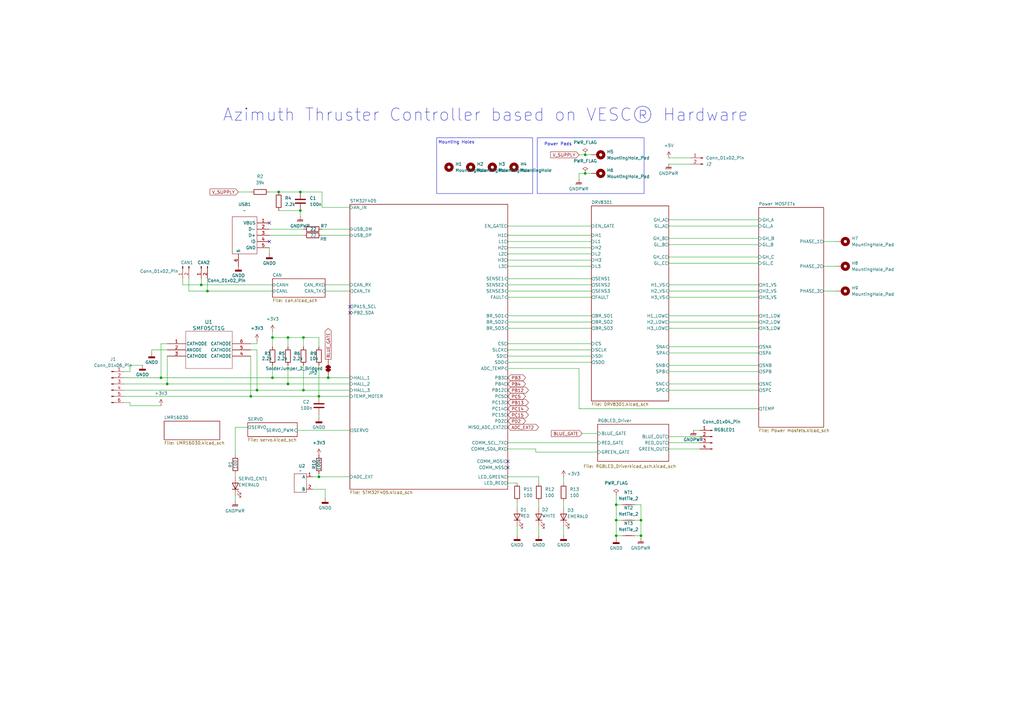
<source format=kicad_sch>
(kicad_sch (version 20250114) (generator "eeschema") (generator_version "9.0")
  (paper "A3")
  (title_block (title "AQUA_VESC") (rev "00"))
  (lib_symbols
    (symbol "Connector:Conn_01x02_Pin" (pin_names (offset 1.016) (hide yes))
      (property "Reference" "J" (at 0 2.54 0))
      (property "Value" "Conn_01x02_Pin" (at 0 -5.08 0))
      (symbol "Conn_01x02_Pin_1_1"
        (rectangle (start 0.8636 0.127) (end 0 -0.127) (stroke (width 0.1524)) (fill (type outline)))
        (rectangle (start 0.8636 -2.413) (end 0 -2.667) (stroke (width 0.1524)) (fill (type outline)))
        (polyline (pts (xy 1.27 0) (xy 0.8636 0)) (stroke (width 0.1524)))
        (polyline (pts (xy 1.27 -2.54) (xy 0.8636 -2.54)) (stroke (width 0.1524)))
        (pin passive line (at 5.08 0 180) (length 3.81) (name "Pin_1") (number "1"))
        (pin passive line (at 5.08 -2.54 180) (length 3.81) (name "Pin_2") (number "2"))
      )
    )
    (symbol "Connector:Conn_01x04_Pin" (pin_names (offset 1.016) (hide yes))
      (property "Reference" "J" (at 0 5.08 0))
      (property "Value" "Conn_01x04_Pin" (at 0 -7.62 0))
      (symbol "Conn_01x04_Pin_1_1"
        (rectangle (start 0.8636 2.667) (end 0 2.413) (stroke (width 0.1524)) (fill (type outline)))
        (rectangle (start 0.8636 0.127) (end 0 -0.127) (stroke (width 0.1524)) (fill (type outline)))
        (rectangle (start 0.8636 -2.413) (end 0 -2.667) (stroke (width 0.1524)) (fill (type outline)))
        (rectangle (start 0.8636 -4.953) (end 0 -5.207) (stroke (width 0.1524)) (fill (type outline)))
        (polyline (pts (xy 1.27 2.54) (xy 0.8636 2.54)) (stroke (width 0.1524)))
        (polyline (pts (xy 1.27 0) (xy 0.8636 0)) (stroke (width 0.1524)))
        (polyline (pts (xy 1.27 -2.54) (xy 0.8636 -2.54)) (stroke (width 0.1524)))
        (polyline (pts (xy 1.27 -5.08) (xy 0.8636 -5.08)) (stroke (width 0.1524)))
        (pin passive line (at 5.08 2.54 180) (length 3.81) (name "Pin_1") (number "1"))
        (pin passive line (at 5.08 0 180) (length 3.81) (name "Pin_2") (number "2"))
        (pin passive line (at 5.08 -2.54 180) (length 3.81) (name "Pin_3") (number "3"))
        (pin passive line (at 5.08 -5.08 180) (length 3.81) (name "Pin_4") (number "4"))
      )
    )
    (symbol "Connector:Conn_01x06_Pin" (pin_names (offset 1.016) (hide yes))
      (property "Reference" "J" (at 0 7.62 0))
      (property "Value" "Conn_01x06_Pin" (at 0 -10.16 0))
      (symbol "Conn_01x06_Pin_1_1"
        (rectangle (start 0.8636 5.207) (end 0 4.953) (stroke (width 0.1524)) (fill (type outline)))
        (rectangle (start 0.8636 2.667) (end 0 2.413) (stroke (width 0.1524)) (fill (type outline)))
        (rectangle (start 0.8636 0.127) (end 0 -0.127) (stroke (width 0.1524)) (fill (type outline)))
        (rectangle (start 0.8636 -2.413) (end 0 -2.667) (stroke (width 0.1524)) (fill (type outline)))
        (rectangle (start 0.8636 -4.953) (end 0 -5.207) (stroke (width 0.1524)) (fill (type outline)))
        (rectangle (start 0.8636 -7.493) (end 0 -7.747) (stroke (width 0.1524)) (fill (type outline)))
        (polyline (pts (xy 1.27 5.08) (xy 0.8636 5.08)) (stroke (width 0.1524)))
        (polyline (pts (xy 1.27 2.54) (xy 0.8636 2.54)) (stroke (width 0.1524)))
        (polyline (pts (xy 1.27 0) (xy 0.8636 0)) (stroke (width 0.1524)))
        (polyline (pts (xy 1.27 -2.54) (xy 0.8636 -2.54)) (stroke (width 0.1524)))
        (polyline (pts (xy 1.27 -5.08) (xy 0.8636 -5.08)) (stroke (width 0.1524)))
        (polyline (pts (xy 1.27 -7.62) (xy 0.8636 -7.62)) (stroke (width 0.1524)))
        (pin passive line (at 5.08 5.08 180) (length 3.81) (name "Pin_1") (number "1"))
        (pin passive line (at 5.08 2.54 180) (length 3.81) (name "Pin_2") (number "2"))
        (pin passive line (at 5.08 0 180) (length 3.81) (name "Pin_3") (number "3"))
        (pin passive line (at 5.08 -2.54 180) (length 3.81) (name "Pin_4") (number "4"))
        (pin passive line (at 5.08 -5.08 180) (length 3.81) (name "Pin_5") (number "5"))
        (pin passive line (at 5.08 -7.62 180) (length 3.81) (name "Pin_6") (number "6"))
      )
    )
    (symbol "Device:C" (pin_numbers (hide yes)) (pin_names (offset 0.254))
      (property "Reference" "C" (at 0.635 2.54 0))
      (property "Value" "C" (at 0.635 -2.54 0))
      (symbol "C_0_1"
        (polyline (pts (xy -2.032 0.762) (xy 2.032 0.762)) (stroke (width 0.508)))
        (polyline (pts (xy -2.032 -0.762) (xy 2.032 -0.762)) (stroke (width 0.508)))
      )
      (symbol "C_1_1"
        (pin passive line (at 0 3.81 270) (length 2.794) (name "~") (number "1"))
        (pin passive line (at 0 -3.81 90) (length 2.794) (name "~") (number "2"))
      )
    )
    (symbol "Device:LED" (pin_numbers (hide yes)) (pin_names (offset 1.016) (hide yes))
      (property "Reference" "D" (at 0 2.54 0))
      (property "Value" "LED" (at 0 -2.54 0))
      (symbol "LED_0_1"
        (polyline (pts (xy -3.048 -0.762) (xy -4.572 -2.286) (xy -3.81 -2.286) (xy -4.572 -2.286) (xy -4.572 -1.524)))
        (polyline (pts (xy -1.778 -0.762) (xy -3.302 -2.286) (xy -2.54 -2.286) (xy -3.302 -2.286) (xy -3.302 -1.524)))
        (polyline (pts (xy -1.27 0) (xy 1.27 0)))
        (polyline (pts (xy -1.27 -1.27) (xy -1.27 1.27)) (stroke (width 0.254)))
        (polyline (pts (xy 1.27 -1.27) (xy 1.27 1.27) (xy -1.27 0) (xy 1.27 -1.27)) (stroke (width 0.254)))
      )
      (symbol "LED_1_1"
        (pin passive line (at -3.81 0 0) (length 2.54) (name "K") (number "1"))
        (pin passive line (at 3.81 0 180) (length 2.54) (name "A") (number "2"))
      )
    )
    (symbol "Device:NetTie_2" (pin_numbers (hide yes)) (pin_names (offset 0) (hide yes)) (in_bom no)
      (property "Reference" "NT" (at 0 1.27 0))
      (property "Value" "NetTie_2" (at 0 -1.27 0))
      (symbol "NetTie_2_0_1"
        (polyline (pts (xy -1.27 0) (xy 1.27 0)) (stroke (width 0.254)))
      )
      (symbol "NetTie_2_1_1"
        (pin passive line (at -2.54 0 0) (length 2.54) (name "1") (number "1"))
        (pin passive line (at 2.54 0 180) (length 2.54) (name "2") (number "2"))
      )
    )
    (symbol "Device:R" (pin_numbers (hide yes)) (pin_names (offset 0))
      (property "Reference" "R" (at 2.032 0 90))
      (property "Value" "R" (at 0 0 90))
      (symbol "R_0_1"
        (rectangle (start -1.016 -2.54) (end 1.016 2.54) (stroke (width 0.254)))
      )
      (symbol "R_1_1"
        (pin passive line (at 0 3.81 270) (length 1.27) (name "~") (number "1"))
        (pin passive line (at 0 -3.81 90) (length 1.27) (name "~") (number "2"))
      )
    )
    (symbol "Jumper:SolderJumper_2_Bridged" (pin_numbers (hide yes)) (pin_names (offset 0) (hide yes)) (in_bom no)
      (property "Reference" "JP" (at 0 2.032 0))
      (property "Value" "SolderJumper_2_Bridged" (at 0 -2.54 0))
      (symbol "SolderJumper_2_Bridged_0_1"
        (rectangle (start -0.508 0.508) (end 0.508 -0.508) (fill (type outline)))
        (polyline (pts (xy -0.254 1.016) (xy -0.254 -1.016)))
        (arc (start -0.254 -1.016) (mid -1.2656 0) (end -0.254 1.016))
        (arc (start -0.254 -1.016) (mid -1.2656 0) (end -0.254 1.016) (fill (type outline)))
        (arc (start 0.254 1.016) (mid 1.2656 0) (end 0.254 -1.016))
        (arc (start 0.254 1.016) (mid 1.2656 0) (end 0.254 -1.016) (fill (type outline)))
        (polyline (pts (xy 0.254 1.016) (xy 0.254 -1.016)))
      )
      (symbol "SolderJumper_2_Bridged_1_1"
        (pin passive line (at -3.81 0 0) (length 2.54) (name "A") (number "1"))
        (pin passive line (at 3.81 0 180) (length 2.54) (name "B") (number "2"))
      )
    )
    (symbol "Mechanical:MountingHole" (pin_names (offset 1.016)) (exclude_from_sim yes) (in_bom no)
      (property "Reference" "H" (at 0 5.08 0))
      (property "Value" "MountingHole" (at 0 3.175 0))
      (symbol "MountingHole_0_1"
        (circle (center 0 0) (radius 1.27) (stroke (width 1.27)))
      )
    )
    (symbol "Mechanical:MountingHole_Pad" (pin_numbers (hide yes)) (pin_names (offset 1.016) (hide yes)) (exclude_from_sim yes) (in_bom no)
      (property "Reference" "H" (at 0 6.35 0))
      (property "Value" "MountingHole_Pad" (at 0 4.445 0))
      (symbol "MountingHole_Pad_0_1"
        (circle (center 0 1.27) (radius 1.27) (stroke (width 1.27)))
      )
      (symbol "MountingHole_Pad_1_1"
        (pin input line (at 0 -2.54 90) (length 2.54) (name "1") (number "1"))
      )
    )
    (symbol "basic_parts:wetness_sensor"
      (property "Reference" "U" (at 0 6.35 0))
      (symbol "wetness_sensor_0_1"
        (rectangle (start -2.54 5.08) (end 2.54 -2.54))
      )
      (symbol "wetness_sensor_1_1"
        (pin passive line (at 5.08 3.81 180) (length 2.54) (name "A") (number "1"))
        (pin passive line (at 5.08 -1.27 180) (length 2.54) (name "B") (number "2"))
      )
    )
    (symbol "power:+3V3" (power) (pin_numbers (hide yes)) (pin_names (offset 0) (hide yes))
      (property "Value" "+3V3" (at 0 3.556 0))
      (symbol "+3V3_0_1"
        (polyline (pts (xy -0.762 1.27) (xy 0 2.54)))
        (polyline (pts (xy 0 2.54) (xy 0.762 1.27)))
        (polyline (pts (xy 0 0) (xy 0 2.54)))
      )
      (symbol "+3V3_1_1"
        (pin power_in line (at 0 0 90) (length 0) (name "~") (number "1"))
      )
    )
    (symbol "power:+5V" (power) (pin_numbers (hide yes)) (pin_names (offset 0) (hide yes))
      (property "Value" "+5V" (at 0 3.556 0))
      (symbol "+5V_0_1"
        (polyline (pts (xy -0.762 1.27) (xy 0 2.54)))
        (polyline (pts (xy 0 2.54) (xy 0.762 1.27)))
        (polyline (pts (xy 0 0) (xy 0 2.54)))
      )
      (symbol "+5V_1_1"
        (pin power_in line (at 0 0 90) (length 0) (name "~") (number "1"))
      )
    )
    (symbol "power:GNDD" (power) (pin_numbers (hide yes)) (pin_names (offset 0) (hide yes))
      (property "Value" "GNDD" (at 0 -3.175 0))
      (symbol "GNDD_0_1"
        (rectangle (start -1.27 -1.524) (end 1.27 -2.032) (stroke (width 0.254)) (fill (type outline)))
        (polyline (pts (xy 0 0) (xy 0 -1.524)))
      )
      (symbol "GNDD_1_1"
        (pin power_in line (at 0 0 270) (length 0) (name "~") (number "1"))
      )
    )
    (symbol "power:GNDPWR" (power) (pin_numbers (hide yes)) (pin_names (offset 0) (hide yes))
      (property "Value" "GNDPWR" (at 0 -3.302 0))
      (symbol "GNDPWR_0_1"
        (polyline (pts (xy -1.016 -1.27) (xy -1.27 -2.032) (xy -1.27 -2.032)) (stroke (width 0.2032)))
        (polyline (pts (xy -0.508 -1.27) (xy -0.762 -2.032) (xy -0.762 -2.032)) (stroke (width 0.2032)))
        (polyline (pts (xy 0 -1.27) (xy 0 0)))
        (polyline (pts (xy 0 -1.27) (xy -0.254 -2.032) (xy -0.254 -2.032)) (stroke (width 0.2032)))
        (polyline (pts (xy 0.508 -1.27) (xy 0.254 -2.032) (xy 0.254 -2.032)) (stroke (width 0.2032)))
        (polyline (pts (xy 1.016 -1.27) (xy -1.016 -1.27) (xy -1.016 -1.27)) (stroke (width 0.2032)))
        (polyline (pts (xy 1.016 -1.27) (xy 0.762 -2.032) (xy 0.762 -2.032) (xy 0.762 -2.032)) (stroke (width 0.2032)))
      )
      (symbol "GNDPWR_1_1"
        (pin power_in line (at 0 0 270) (length 0) (name "~") (number "1"))
      )
    )
    (symbol "power:PWR_FLAG" (power) (pin_numbers (hide yes)) (pin_names (offset 0) (hide yes))
      (property "Value" "PWR_FLAG" (at 0 3.81 0))
      (symbol "PWR_FLAG_0_0"
        (pin power_out line (at 0 0 90) (length 0) (name "~") (number "1"))
      )
      (symbol "PWR_FLAG_0_1"
        (polyline (pts (xy 0 0) (xy 0 1.27) (xy -1.016 1.905) (xy 0 2.54) (xy 1.016 1.905) (xy 0 1.27)))
      )
    )
    (symbol "specific_library:MICRO5.9MMUSB"
      (property "Reference" "USB" (at 0 0 0))
      (symbol "MICRO5.9MMUSB_1_0"
        (rectangle (start -2.54 10.16) (end 7.62 -5.08))
        (pin power_out line (at -7.62 7.62 0) (length 5.08) (name "VBUS") (number "1"))
        (pin bidirectional line (at -7.62 5.08 0) (length 5.08) (name "D-") (number "2"))
        (pin bidirectional line (at -7.62 2.54 0) (length 5.08) (name "D+") (number "3"))
        (pin passive line (at -7.62 0 0) (length 5.08) (name "ID") (number "4"))
        (pin power_in line (at -7.62 -2.54 0) (length 5.08) (name "GND") (number "5"))
        (pin passive line (at 5.08 -10.16 90) (length 5.08) (name "6") (number "6"))
      )
    )
    (symbol "specific_library:SMF05CT1G" (pin_names (offset 0.254))
      (property "Reference" "U" (at 17.272 9.652 0))
      (property "Value" "SMF05CT1G" (at 17.272 7.112 0))
      (symbol "SMF05CT1G_0_1"
        (polyline (pts (xy 7.62 5.08) (xy 7.62 -10.16)) (stroke (width 0.127)))
        (polyline (pts (xy 7.62 -10.16) (xy 26.67 -10.16)) (stroke (width 0.127)))
        (polyline (pts (xy 26.67 5.08) (xy 7.62 5.08)) (stroke (width 0.127)))
        (polyline (pts (xy 26.67 -10.16) (xy 26.67 5.08)) (stroke (width 0.127)))
        (pin passive line (at 0 0 0) (length 7.62) (name "CATHODE") (number "1"))
        (pin passive line (at 0 -2.54 0) (length 7.62) (name "ANODE") (number "2"))
        (pin passive line (at 0 -5.08 0) (length 7.62) (name "CATHODE") (number "3"))
        (pin passive line (at 34.29 0 180) (length 7.62) (name "CATHODE") (number "6"))
        (pin passive line (at 34.29 -2.54 180) (length 7.62) (name "CATHODE") (number "5"))
        (pin passive line (at 34.29 -5.08 180) (length 7.62) (name "CATHODE") (number "4"))
      )
    )
  )
  (rectangle (start 179.07 56.515) (end 218.44 79.375))
  (rectangle (start 220.345 56.515) (end 264.16 79.375))
  (text "Mounting Holes" (at 187.198 58.42 0) (effects (font (size 1.27 1.27))))
  (text "Power Pads" (at 228.854 59.182 0) (effects (font (size 1.27 1.27))))
  (text "Azimuth Thruster Controller based on VESC® Hardware" (at 199.136 47.244 0) (effects (font (size 5.08 5.08))))
  (junction (at 85.09 119.38))
  (junction (at 114.3 78.74))
  (junction (at 111.76 138.43))
  (junction (at 240.03 63.5))
  (junction (at 252.73 207.01))
  (junction (at 118.11 157.48))
  (junction (at 130.81 162.56))
  (junction (at 262.89 213.36))
  (junction (at 102.87 162.56))
  (junction (at 262.89 219.71))
  (junction (at 130.81 195.58))
  (junction (at 252.73 219.71))
  (junction (at 252.73 213.36))
  (junction (at 118.11 138.43))
  (junction (at 124.46 138.43))
  (junction (at 66.04 154.94))
  (junction (at 68.58 157.48))
  (junction (at 123.19 78.74))
  (junction (at 111.76 154.94))
  (junction (at 105.41 160.02))
  (junction (at 134.62 154.94))
  (junction (at 240.03 71.12))
  (junction (at 82.55 116.84))
  (junction (at 123.19 86.36))
  (junction (at 124.46 160.02))
  (no_connect (at 110.49 91.44))
  (no_connect (at 110.49 99.06))
  (no_connect (at 208.28 189.23))
  (no_connect (at 143.51 125.73))
  (no_connect (at 208.28 191.77))
  (no_connect (at 143.51 128.27))
  (wire (pts (xy 50.8 160.02) (xy 105.41 160.02)))
  (wire (pts (xy 260.35 207.01) (xy 262.89 207.01)))
  (wire (pts (xy 111.76 138.43) (xy 118.11 138.43)))
  (wire (pts (xy 240.03 63.5) (xy 242.57 63.5)))
  (wire (pts (xy 208.28 104.14) (xy 242.57 104.14)))
  (wire (pts (xy 97.79 78.74) (xy 102.87 78.74)))
  (wire (pts (xy 105.41 143.51) (xy 105.41 160.02)))
  (wire (pts (xy 68.58 157.48) (xy 118.11 157.48)))
  (wire (pts (xy 128.27 195.58) (xy 130.81 195.58)))
  (wire (pts (xy 96.52 194.31) (xy 96.52 195.58)))
  (wire (pts (xy 118.11 138.43) (xy 124.46 138.43)))
  (wire (pts (xy 208.28 99.06) (xy 242.57 99.06)))
  (wire (pts (xy 50.8 157.48) (xy 68.58 157.48)))
  (wire (pts (xy 274.32 107.95) (xy 311.15 107.95)))
  (wire (pts (xy 274.32 121.92) (xy 311.15 121.92)))
  (wire (pts (xy 208.28 148.59) (xy 242.57 148.59)))
  (wire (pts (xy 124.46 160.02) (xy 143.51 160.02)))
  (wire (pts (xy 132.08 96.52) (xy 143.51 96.52)))
  (wire (pts (xy 208.28 92.71) (xy 242.57 92.71)))
  (wire (pts (xy 208.28 121.92) (xy 242.57 121.92)))
  (wire (pts (xy 252.73 203.2) (xy 252.73 207.01)))
  (wire (pts (xy 124.46 149.86) (xy 124.46 160.02)))
  (wire (pts (xy 50.8 162.56) (xy 102.87 162.56)))
  (wire (pts (xy 110.49 93.98) (xy 124.46 93.98)))
  (wire (pts (xy 105.41 140.97) (xy 102.87 140.97)))
  (wire (pts (xy 220.98 195.58) (xy 208.28 195.58)))
  (wire (pts (xy 53.34 152.4) (xy 53.34 149.86)))
  (wire (pts (xy 96.52 175.26) (xy 101.6 175.26)))
  (wire (pts (xy 262.89 207.01) (xy 262.89 213.36)))
  (wire (pts (xy 260.35 219.71) (xy 262.89 219.71)))
  (wire (pts (xy 50.8 154.94) (xy 66.04 154.94)))
  (wire (pts (xy 284.48 176.53) (xy 287.02 176.53)))
  (wire (pts (xy 208.28 181.61) (xy 245.11 181.61)))
  (wire (pts (xy 237.49 63.5) (xy 240.03 63.5)))
  (wire (pts (xy 111.76 154.94) (xy 134.62 154.94)))
  (wire (pts (xy 274.32 97.79) (xy 311.15 97.79)))
  (wire (pts (xy 68.58 140.97) (xy 66.04 140.97)))
  (wire (pts (xy 208.28 146.05) (xy 242.57 146.05)))
  (wire (pts (xy 208.28 101.6) (xy 242.57 101.6)))
  (wire (pts (xy 220.98 198.12) (xy 220.98 195.58)))
  (wire (pts (xy 274.32 134.62) (xy 311.15 134.62)))
  (wire (pts (xy 260.35 213.36) (xy 262.89 213.36)))
  (wire (pts (xy 274.32 132.08) (xy 311.15 132.08)))
  (wire (pts (xy 208.28 119.38) (xy 242.57 119.38)))
  (wire (pts (xy 111.76 149.86) (xy 111.76 154.94)))
  (wire (pts (xy 274.32 90.17) (xy 311.15 90.17)))
  (wire (pts (xy 123.19 88.9) (xy 123.19 86.36)))
  (wire (pts (xy 132.08 93.98) (xy 143.51 93.98)))
  (wire (pts (xy 237.49 151.13) (xy 237.49 167.64)))
  (wire (pts (xy 238.76 177.8) (xy 245.11 177.8)))
  (wire (pts (xy 237.49 71.12) (xy 237.49 73.66)))
  (wire (pts (xy 274.32 149.86) (xy 311.15 149.86)))
  (wire (pts (xy 283.21 67.31) (xy 274.32 67.31)))
  (wire (pts (xy 130.81 195.58) (xy 143.51 195.58)))
  (wire (pts (xy 274.32 144.78) (xy 311.15 144.78)))
  (wire (pts (xy 62.23 143.51) (xy 62.23 144.78)))
  (wire (pts (xy 74.93 116.84) (xy 82.55 116.84)))
  (wire (pts (xy 133.35 200.66) (xy 128.27 200.66)))
  (wire (pts (xy 110.49 96.52) (xy 124.46 96.52)))
  (wire (pts (xy 274.32 92.71) (xy 311.15 92.71)))
  (wire (pts (xy 274.32 105.41) (xy 311.15 105.41)))
  (wire (pts (xy 252.73 219.71) (xy 252.73 220.98)))
  (wire (pts (xy 262.89 213.36) (xy 262.89 219.71)))
  (wire (pts (xy 208.28 96.52) (xy 242.57 96.52)))
  (wire (pts (xy 130.81 162.56) (xy 143.51 162.56)))
  (wire (pts (xy 132.08 85.09) (xy 143.51 85.09)))
  (wire (pts (xy 130.81 138.43) (xy 130.81 142.24)))
  (wire (pts (xy 237.49 167.64) (xy 311.15 167.64)))
  (wire (pts (xy 212.09 205.74) (xy 212.09 208.28)))
  (wire (pts (xy 208.28 140.97) (xy 242.57 140.97)))
  (wire (pts (xy 252.73 219.71) (xy 255.27 219.71)))
  (wire (pts (xy 74.93 114.3) (xy 74.93 116.84)))
  (wire (pts (xy 133.35 200.66) (xy 133.35 204.47)))
  (wire (pts (xy 262.89 219.71) (xy 262.89 220.98)))
  (wire (pts (xy 102.87 146.05) (xy 102.87 162.56)))
  (wire (pts (xy 105.41 160.02) (xy 124.46 160.02)))
  (wire (pts (xy 274.32 100.33) (xy 311.15 100.33)))
  (wire (pts (xy 132.08 85.09) (xy 132.08 78.74)))
  (wire (pts (xy 66.04 154.94) (xy 111.76 154.94)))
  (wire (pts (xy 231.14 205.74) (xy 231.14 208.28)))
  (wire (pts (xy 124.46 138.43) (xy 130.81 138.43)))
  (wire (pts (xy 132.08 78.74) (xy 123.19 78.74)))
  (wire (pts (xy 110.49 78.74) (xy 114.3 78.74)))
  (wire (pts (xy 231.14 219.71) (xy 231.14 215.9)))
  (wire (pts (xy 208.28 109.22) (xy 242.57 109.22)))
  (wire (pts (xy 212.09 215.9) (xy 212.09 219.71)))
  (wire (pts (xy 118.11 157.48) (xy 143.51 157.48)))
  (wire (pts (xy 219.71 185.42) (xy 245.11 185.42)))
  (wire (pts (xy 53.34 165.1) (xy 50.8 165.1)))
  (wire (pts (xy 252.73 207.01) (xy 252.73 213.36)))
  (wire (pts (xy 134.62 154.94) (xy 143.51 154.94)))
  (wire (pts (xy 274.32 152.4) (xy 311.15 152.4)))
  (wire (pts (xy 220.98 215.9) (xy 220.98 219.71)))
  (wire (pts (xy 274.32 157.48) (xy 311.15 157.48)))
  (wire (pts (xy 208.28 184.15) (xy 219.71 184.15)))
  (wire (pts (xy 242.57 71.12) (xy 240.03 71.12)))
  (wire (pts (xy 124.46 138.43) (xy 124.46 142.24)))
  (wire (pts (xy 208.28 134.62) (xy 242.57 134.62)))
  (wire (pts (xy 130.81 149.86) (xy 130.81 162.56)))
  (wire (pts (xy 85.09 114.3) (xy 85.09 119.38)))
  (wire (pts (xy 274.32 116.84) (xy 311.15 116.84)))
  (wire (pts (xy 274.32 142.24) (xy 311.15 142.24)))
  (wire (pts (xy 96.52 203.2) (xy 96.52 205.74)))
  (wire (pts (xy 82.55 114.3) (xy 82.55 116.84)))
  (wire (pts (xy 337.82 109.22) (xy 342.9 109.22)))
  (wire (pts (xy 68.58 146.05) (xy 68.58 157.48)))
  (wire (pts (xy 240.03 71.12) (xy 237.49 71.12)))
  (wire (pts (xy 274.32 119.38) (xy 311.15 119.38)))
  (wire (pts (xy 255.27 207.01) (xy 252.73 207.01)))
  (wire (pts (xy 102.87 162.56) (xy 130.81 162.56)))
  (wire (pts (xy 274.32 181.61) (xy 287.02 181.61)))
  (wire (pts (xy 274.32 129.54) (xy 311.15 129.54)))
  (wire (pts (xy 208.28 106.68) (xy 242.57 106.68)))
  (wire (pts (xy 337.82 99.06) (xy 342.9 99.06)))
  (wire (pts (xy 110.49 101.6) (xy 110.49 104.14)))
  (wire (pts (xy 208.28 116.84) (xy 242.57 116.84)))
  (wire (pts (xy 133.35 119.38) (xy 143.51 119.38)))
  (wire (pts (xy 252.73 213.36) (xy 252.73 219.71)))
  (wire (pts (xy 96.52 175.26) (xy 96.52 186.69)))
  (wire (pts (xy 77.47 119.38) (xy 85.09 119.38)))
  (wire (pts (xy 66.04 140.97) (xy 66.04 154.94)))
  (wire (pts (xy 208.28 132.08) (xy 242.57 132.08)))
  (wire (pts (xy 111.76 135.89) (xy 111.76 138.43)))
  (wire (pts (xy 68.58 143.51) (xy 62.23 143.51)))
  (wire (pts (xy 219.71 184.15) (xy 219.71 185.42)))
  (wire (pts (xy 50.8 152.4) (xy 53.34 152.4)))
  (wire (pts (xy 114.3 86.36) (xy 123.19 86.36)))
  (wire (pts (xy 118.11 138.43) (xy 118.11 142.24)))
  (wire (pts (xy 102.87 143.51) (xy 105.41 143.51)))
  (wire (pts (xy 274.32 179.07) (xy 287.02 179.07)))
  (wire (pts (xy 274.32 184.15) (xy 287.02 184.15)))
  (wire (pts (xy 231.14 195.58) (xy 231.14 198.12)))
  (wire (pts (xy 111.76 138.43) (xy 111.76 142.24)))
  (wire (pts (xy 82.55 116.84) (xy 111.76 116.84)))
  (wire (pts (xy 53.34 149.86) (xy 58.42 149.86)))
  (wire (pts (xy 133.35 116.84) (xy 143.51 116.84)))
  (wire (pts (xy 53.34 166.37) (xy 53.34 165.1)))
  (wire (pts (xy 337.82 119.38) (xy 342.9 119.38)))
  (wire (pts (xy 220.98 205.74) (xy 220.98 208.28)))
  (wire (pts (xy 85.09 119.38) (xy 111.76 119.38)))
  (wire (pts (xy 53.34 166.37) (xy 66.04 166.37)))
  (wire (pts (xy 208.28 114.3) (xy 242.57 114.3)))
  (wire (pts (xy 208.28 151.13) (xy 237.49 151.13)))
  (wire (pts (xy 130.81 171.45) (xy 130.81 170.18)))
  (wire (pts (xy 274.32 64.77) (xy 283.21 64.77)))
  (wire (pts (xy 77.47 114.3) (xy 77.47 119.38)))
  (wire (pts (xy 121.92 176.53) (xy 143.51 176.53)))
  (wire (pts (xy 252.73 213.36) (xy 255.27 213.36)))
  (wire (pts (xy 208.28 198.12) (xy 212.09 198.12)))
  (wire (pts (xy 130.81 194.31) (xy 130.81 195.58)))
  (wire (pts (xy 208.28 143.51) (xy 242.57 143.51)))
  (wire (pts (xy 105.41 139.7) (xy 105.41 140.97)))
  (wire (pts (xy 114.3 78.74) (xy 123.19 78.74)))
  (wire (pts (xy 274.32 160.02) (xy 311.15 160.02)))
  (wire (pts (xy 208.28 129.54) (xy 242.57 129.54)))
  (wire (pts (xy 118.11 149.86) (xy 118.11 157.48)))
  (global_label "PB4" (shape bidirectional) (at 208.28 157.48 0) (property "Intersheetrefs" "${INTERSHEET_REFS}" (effects (hide yes))))
  (global_label "PD2" (shape bidirectional) (at 208.28 172.72 0) (property "Intersheetrefs" "${INTERSHEET_REFS}" (effects (hide yes))))
  (global_label "BLUE_GATE" (shape input) (at 238.76 177.8 180) (property "Intersheetrefs" "${INTERSHEET_REFS}" (effects (hide yes))))
  (global_label "BLUE_GATE" (shape output) (at 134.62 147.32 90) (property "Intersheetrefs" "${INTERSHEET_REFS}" (effects (hide yes))))
  (global_label "V_SUPPLY" (shape input) (at 97.79 78.74 180) (property "Intersheetrefs" "${INTERSHEET_REFS}" (effects (hide yes))))
  (global_label "V_SUPPLY" (shape input) (at 237.49 63.5 180) (property "Intersheetrefs" "${INTERSHEET_REFS}" (effects (hide yes))))
  (global_label "PC5" (shape bidirectional) (at 208.28 162.56 0) (property "Intersheetrefs" "${INTERSHEET_REFS}" (effects (hide yes))))
  (global_label "PB13" (shape bidirectional) (at 208.28 165.1 0) (property "Intersheetrefs" "${INTERSHEET_REFS}" (effects (hide yes))))
  (global_label "PB12" (shape bidirectional) (at 208.28 160.02 0) (property "Intersheetrefs" "${INTERSHEET_REFS}" (effects (hide yes))))
  (global_label "ADC_EXT2" (shape bidirectional) (at 208.28 175.26 0) (property "Intersheetrefs" "${INTERSHEET_REFS}" (effects (hide yes))))
  (global_label "PB3" (shape bidirectional) (at 208.28 154.94 0) (property "Intersheetrefs" "${INTERSHEET_REFS}" (effects (hide yes))))
  (global_label "PC15" (shape bidirectional) (at 208.28 170.18 0) (property "Intersheetrefs" "${INTERSHEET_REFS}" (effects (hide yes))))
  (global_label "PC14" (shape bidirectional) (at 208.28 167.64 0) (property "Intersheetrefs" "${INTERSHEET_REFS}" (effects (hide yes))))
  (symbol (lib_id "Mechanical:MountingHole_Pad") (at 345.44 119.38 270) (unit 1) (exclude_from_sim yes) (in_bom no)
    (property "Reference" "H9" (at 349.25 118.1099 90) (effects (justify left)))
    (property "Value" "MountingHole_Pad" (at 349.25 120.6499 90) (effects (justify left)))
    (property "Footprint" "MountingHole:MountingHole_3.5mm_Pad_Via" (effects (hide yes)))
    (property "Description" "Mounting Hole with connection" (effects (hide yes)))
  )
  (symbol (lib_id "Device:LED") (at 96.52 199.39 90) (unit 1)
    (property "Reference" "SERVO_CNT1" (at 97.79 196.342 90) (effects (justify right)))
    (property "Value" "EMERALD" (at 97.79 198.882 90) (effects (justify right)))
    (property "Footprint" "LED_SMD:LED_0805_2012Metric" (effects (hide yes)))
    (property "Description" "Light emitting diode" (effects (hide yes)))
    (property "Sim.Pins" "1=K 2=A" (effects (hide yes)))
  )
  (symbol (lib_id "power:PWR_FLAG") (at 240.03 63.5 0) (unit 1)
    (property "Reference" "#FLG01" (effects (hide yes)))
    (property "Value" "PWR_FLAG" (at 240.03 58.42 0))
    (property "Description" "Special symbol for telling ERC where power comes from" (effects (hide yes)))
  )
  (symbol (lib_id "Mechanical:MountingHole_Pad") (at 345.44 99.06 270) (unit 1) (exclude_from_sim yes) (in_bom no)
    (property "Reference" "H7" (at 349.25 97.7899 90) (effects (justify left)))
    (property "Value" "MountingHole_Pad" (at 349.25 100.3299 90) (effects (justify left)))
    (property "Footprint" "MountingHole:MountingHole_3.5mm_Pad_Via" (effects (hide yes)))
    (property "Description" "Mounting Hole with connection" (effects (hide yes)))
  )
  (symbol (lib_id "Connector:Conn_01x06_Pin") (at 45.72 157.48 0) (unit 1)
    (property "Reference" "J1" (at 46.355 147.32 0))
    (property "Value" "Conn_01x06_Pin" (at 46.355 149.86 0))
    (property "Footprint" "Connector_JST:JST_XA_S06B-XASK-1_1x06_P2.50mm_Horizontal" (effects (hide yes)))
    (property "Description" "Generic connector, single row, 01x06, script generated" (effects (hide yes)))
  )
  (symbol (lib_id "power:GNDD") (at 62.23 144.78 0) (unit 1)
    (property "Reference" "#PWR02" (effects (hide yes)))
    (property "Value" "GNDD" (at 62.23 148.59 0))
    (property "Description" "Power symbol creates a global label with name \"GNDD\" , digital ground" (effects (hide yes)))
  )
  (symbol (lib_id "Device:C") (at 123.19 82.55 0) (unit 1)
    (property "Reference" "C1" (at 127 81.2799 0) (effects (justify left)))
    (property "Value" "100n" (at 127 83.8199 0) (effects (justify left)))
    (property "Footprint" "Capacitor_SMD:C_0603_1608Metric" (effects (hide yes)))
    (property "Description" "Unpolarized capacitor" (effects (hide yes)))
  )
  (symbol (lib_id "Connector:Conn_01x04_Pin") (at 292.1 179.07 0) (mirror y) (unit 1)
    (property "Reference" "RGBLED1" (at 297.18 176.276 0))
    (property "Value" "Conn_01x04_Pin" (at 295.91 172.974 0))
    (property "Footprint" "Connector_JST:JST_XA_S04B-XASK-1N-BN_1x04_P2.50mm_Horizontal" (effects (hide yes)))
    (property "Description" "Generic connector, single row, 01x04, script generated" (effects (hide yes)))
  )
  (symbol (lib_id "specific_library:MICRO5.9MMUSB") (at 102.87 99.06 0) (mirror y) (unit 1)
    (property "Reference" "USB1" (at 100.33 83.82 0))
    (property "Value" "~" (at 100.33 86.36 0))
    (property "Footprint" "specific_footprint_library:MICRO-USB-SMD_5P-P0.65-H-F_MICRO5.9MMUSB" (effects (hide yes)))
    (property "Datasheet" "https://atta.szlcsc.com/upload/public/pdf/source/20190521/C393940_82CD1DF5E736059CF3459BCCC801B05D.pdf" (effects (hide yes)))
    (property "Description" "Connector Type:Micro-B Standard:USB 2.0 Gender:Female Mounting Style:Horizontal attachment Number of Contacts:5P Number of Ports:1 Current Rating - Power (Max):1A Operating Temperature Range:-30°C~+80°C Operating Temperature Range:-30°C~+80°C Core Colour:Blac" (effects (hide yes)))
    (property "Manufacturer Part" "MICRO5.9mmusb" (effects (hide yes)))
    (property "Manufacturer" "SHOU HAN(首韩)" (effects (hide yes)))
    (property "Supplier Part" "C393940" (effects (hide yes)))
    (property "Supplier" "LCSC" (effects (hide yes)))
    (property "LCSC Part Name" "Micro-B 母 卧贴" (effects (hide yes)))
  )
  (symbol (lib_id "power:+3V3") (at 111.76 135.89 0) (unit 1)
    (property "Reference" "#PWR07" (effects (hide yes)))
    (property "Value" "+3V3" (at 111.76 130.81 0))
    (property "Description" "Power symbol creates a global label with name \"+3V3\"" (effects (hide yes)))
  )
  (symbol (lib_id "Device:R") (at 231.14 201.93 0) (unit 1)
    (property "Reference" "R13" (at 233.68 200.6599 0) (effects (justify left)))
    (property "Value" "100" (at 233.68 203.1999 0) (effects (justify left)))
    (property "Footprint" "Resistor_SMD:R_0603_1608Metric" (effects (hide yes)))
    (property "Description" "Resistor" (effects (hide yes)))
  )
  (symbol (lib_id "Device:R") (at 96.52 190.5 180) (unit 1)
    (property "Reference" "R1" (at 94.488 190.5 90))
    (property "Value" "100" (at 96.52 190.5 90))
    (property "Footprint" "Resistor_SMD:R_0603_1608Metric" (effects (hide yes)))
    (property "Description" "Resistor" (effects (hide yes)))
  )
  (symbol (lib_id "Device:R") (at 106.68 78.74 90) (unit 1)
    (property "Reference" "R2" (at 106.68 72.39 90))
    (property "Value" "39k" (at 106.68 74.93 90))
    (property "Footprint" "Resistor_SMD:R_0603_1608Metric" (effects (hide yes)))
    (property "Description" "Resistor" (effects (hide yes)))
  )
  (symbol (lib_id "power:+3V3") (at 105.41 139.7 0) (unit 1)
    (property "Reference" "#PWR06" (effects (hide yes)))
    (property "Value" "+3V3" (at 105.41 134.62 0))
    (property "Description" "Power symbol creates a global label with name \"+3V3\"" (effects (hide yes)))
  )
  (symbol (lib_id "Device:C") (at 130.81 166.37 0) (unit 1)
    (property "Reference" "C2" (at 124.206 164.846 0) (effects (justify left)))
    (property "Value" "100n" (at 123.19 167.386 0) (effects (justify left)))
    (property "Footprint" "Capacitor_SMD:C_0603_1608Metric" (effects (hide yes)))
    (property "Description" "Unpolarized capacitor" (effects (hide yes)))
  )
  (symbol (lib_id "Device:R") (at 130.81 146.05 0) (unit 1)
    (property "Reference" "R9" (at 128.524 145.034 0))
    (property "Value" "10k" (at 128.778 147.066 0))
    (property "Footprint" "Resistor_SMD:R_0603_1608Metric" (effects (hide yes)))
    (property "Description" "Resistor" (effects (hide yes)))
  )
  (symbol (lib_id "Device:R") (at 130.81 190.5 180) (unit 1)
    (property "Reference" "R10" (at 128.778 190.5 90))
    (property "Value" "100k" (at 130.81 190.5 90))
    (property "Footprint" "Resistor_SMD:R_0603_1608Metric" (effects (hide yes)))
    (property "Description" "Resistor" (effects (hide yes)))
  )
  (symbol (lib_id "basic_parts:wetness_sensor") (at 123.19 199.39 0) (unit 1)
    (property "Reference" "U2" (at 123.825 191.135 0))
    (property "Value" "~" (at 123.19 193.04 0))
    (property "Footprint" "basic_parts:wetness sensor" (effects (hide yes)))
  )
  (symbol (lib_id "Mechanical:MountingHole_Pad") (at 345.44 109.22 270) (unit 1) (exclude_from_sim yes) (in_bom no)
    (property "Reference" "H8" (at 349.25 107.9499 90) (effects (justify left)))
    (property "Value" "MountingHole_Pad" (at 349.25 110.4899 90) (effects (justify left)))
    (property "Footprint" "MountingHole:MountingHole_3.5mm_Pad_Via" (effects (hide yes)))
    (property "Description" "Mounting Hole with connection" (effects (hide yes)))
  )
  (symbol (lib_id "power:GNDD") (at 97.79 109.22 0) (unit 1)
    (property "Reference" "#PWR05" (effects (hide yes)))
    (property "Value" "GNDD" (at 97.79 113.03 0))
    (property "Description" "Power symbol creates a global label with name \"GNDD\" , digital ground" (effects (hide yes)))
  )
  (symbol (lib_id "Device:R") (at 128.27 93.98 270) (unit 1)
    (property "Reference" "R7" (at 132.842 92.71 90))
    (property "Value" "22" (at 128.524 93.98 90))
    (property "Footprint" "Resistor_SMD:R_0603_1608Metric" (effects (hide yes)))
    (property "Description" "Resistor" (effects (hide yes)))
  )
  (symbol (lib_id "Device:R") (at 111.76 146.05 0) (unit 1)
    (property "Reference" "R3" (at 109.728 145.034 0))
    (property "Value" "2.2k" (at 109.474 147.066 0))
    (property "Footprint" "Resistor_SMD:R_0603_1608Metric" (effects (hide yes)))
    (property "Description" "Resistor" (effects (hide yes)))
  )
  (symbol (lib_id "power:GNDPWR") (at 274.32 67.31 0) (unit 1)
    (property "Reference" "#PWR021" (effects (hide yes)))
    (property "Value" "GNDPWR" (at 274.193 71.12 0))
    (property "Description" "Power symbol creates a global label with name \"GNDPWR\" , global ground" (effects (hide yes)))
  )
  (symbol (lib_id "Jumper:SolderJumper_2_Bridged") (at 134.62 151.13 90) (unit 1) (in_bom no)
    (property "Reference" "JP2" (at 126.492 152.908 90) (effects (justify right)))
    (property "Value" "SolderJumper_2_Bridged" (at 108.966 151.13 90) (effects (justify right)))
    (property "Footprint" "Jumper:SolderJumper-2_P1.3mm_Bridged_RoundedPad1.0x1.5mm" (effects (hide yes)))
    (property "Description" "Solder Jumper, 2-pole, closed/bridged" (effects (hide yes)))
  )
  (symbol (lib_id "power:PWR_FLAG") (at 240.03 71.12 0) (unit 1)
    (property "Reference" "#FLG02" (effects (hide yes)))
    (property "Value" "PWR_FLAG" (at 240.03 66.04 0))
    (property "Description" "Special symbol for telling ERC where power comes from" (effects (hide yes)))
  )
  (symbol (lib_id "Mechanical:MountingHole") (at 210.82 68.58 0) (unit 1) (exclude_from_sim yes) (in_bom no)
    (property "Reference" "H4" (at 213.36 67.3099 0) (effects (justify left)))
    (property "Value" "MountingHole" (at 213.36 69.8499 0) (effects (justify left)))
    (property "Footprint" "MountingHole:MountingHole_3.2mm_M3" (effects (hide yes)))
    (property "Description" "Mounting Hole without connection" (effects (hide yes)))
  )
  (symbol (lib_id "Device:R") (at 128.27 96.52 270) (unit 1)
    (property "Reference" "R8" (at 132.588 98.044 90))
    (property "Value" "22" (at 128.524 96.52 90))
    (property "Footprint" "Resistor_SMD:R_0603_1608Metric" (effects (hide yes)))
    (property "Description" "Resistor" (effects (hide yes)))
  )
  (symbol (lib_id "power:+3V3") (at 66.04 166.37 0) (unit 1)
    (property "Reference" "#PWR03" (effects (hide yes)))
    (property "Value" "+3V3" (at 66.04 161.29 0))
    (property "Description" "Power symbol creates a global label with name \"+3V3\"" (effects (hide yes)))
  )
  (symbol (lib_id "power:PWR_FLAG") (at 252.73 203.2 0) (unit 1)
    (property "Reference" "#FLG03" (effects (hide yes)))
    (property "Value" "PWR_FLAG" (at 252.73 198.12 0))
    (property "Description" "Special symbol for telling ERC where power comes from" (effects (hide yes)))
  )
  (symbol (lib_id "Device:LED") (at 212.09 212.09 90) (unit 1)
    (property "Reference" "D1" (at 213.36 209.042 90) (effects (justify right)))
    (property "Value" "RED" (at 213.36 211.582 90) (effects (justify right)))
    (property "Footprint" "LED_SMD:LED_0805_2012Metric" (effects (hide yes)))
    (property "Description" "Light emitting diode" (effects (hide yes)))
    (property "Sim.Pins" "1=K 2=A" (effects (hide yes)))
  )
  (symbol (lib_id "Mechanical:MountingHole_Pad") (at 245.11 63.5 270) (unit 1) (exclude_from_sim yes) (in_bom no)
    (property "Reference" "H5" (at 248.92 62.2299 90) (effects (justify left)))
    (property "Value" "MountingHole_Pad" (at 248.92 64.7699 90) (effects (justify left)))
    (property "Footprint" "MountingHole:MountingHole_3.5mm_Pad_Via" (effects (hide yes)))
    (property "Description" "Mounting Hole with connection" (effects (hide yes)))
  )
  (symbol (lib_id "Mechanical:MountingHole_Pad") (at 245.11 71.12 270) (unit 1) (exclude_from_sim yes) (in_bom no)
    (property "Reference" "H6" (at 248.92 69.8499 90) (effects (justify left)))
    (property "Value" "MountingHole_Pad" (at 248.92 72.3899 90) (effects (justify left)))
    (property "Footprint" "MountingHole:MountingHole_3.5mm_Pad_Via" (effects (hide yes)))
    (property "Description" "Mounting Hole with connection" (effects (hide yes)))
  )
  (symbol (lib_id "power:GNDD") (at 110.49 104.14 0) (unit 1)
    (property "Reference" "#PWR08" (effects (hide yes)))
    (property "Value" "GNDD" (at 110.49 107.95 0))
    (property "Description" "Power symbol creates a global label with name \"GNDD\" , digital ground" (effects (hide yes)))
  )
  (symbol (lib_id "power:GNDD") (at 212.09 219.71 0) (unit 1)
    (property "Reference" "#PWR013" (effects (hide yes)))
    (property "Value" "GNDD" (at 212.09 223.52 0))
    (property "Description" "Power symbol creates a global label with name \"GNDD\" , digital ground" (effects (hide yes)))
  )
  (symbol (lib_id "Device:R") (at 114.3 82.55 0) (unit 1)
    (property "Reference" "R4" (at 116.84 81.2799 0) (effects (justify left)))
    (property "Value" "2.2k" (at 116.84 83.8199 0) (effects (justify left)))
    (property "Footprint" "Resistor_SMD:R_0603_1608Metric" (effects (hide yes)))
    (property "Description" "Resistor" (effects (hide yes)))
  )
  (symbol (lib_id "power:GNDD") (at 133.35 204.47 0) (unit 1)
    (property "Reference" "#PWR012" (effects (hide yes)))
    (property "Value" "GNDD" (at 133.35 208.28 0))
    (property "Description" "Power symbol creates a global label with name \"GNDD\" , digital ground" (effects (hide yes)))
  )
  (symbol (lib_id "power:GNDD") (at 220.98 219.71 0) (unit 1)
    (property "Reference" "#PWR014" (effects (hide yes)))
    (property "Value" "GNDD" (at 220.98 223.52 0))
    (property "Description" "Power symbol creates a global label with name \"GNDD\" , digital ground" (effects (hide yes)))
  )
  (symbol (lib_id "Connector:Conn_01x02_Pin") (at 288.29 64.77 0) (mirror y) (unit 1)
    (property "Reference" "J2" (at 289.56 67.3101 0) (effects (justify right)))
    (property "Value" "Conn_01x02_Pin" (at 289.56 64.7701 0) (effects (justify right)))
    (property "Footprint" "Connector_PinHeader_2.54mm:PinHeader_1x02_P2.54mm_Vertical" (effects (hide yes)))
    (property "Description" "Generic connector, single row, 01x02, script generated" (effects (hide yes)))
  )
  (symbol (lib_id "power:+3V3") (at 231.14 195.58 0) (unit 1)
    (property "Reference" "#PWR015" (effects (hide yes)))
    (property "Value" "+3V3" (at 235.204 194.31 0))
    (property "Description" "Power symbol creates a global label with name \"+3V3\"" (effects (hide yes)))
  )
  (symbol (lib_id "Device:NetTie_2") (at 257.81 219.71 0) (unit 1) (in_bom no)
    (property "Reference" "NT3" (at 257.81 214.63 0))
    (property "Value" "NetTie_2" (at 257.81 217.17 0))
    (property "Footprint" "NetTie:NetTie-2_SMD_Pad0.5mm" (effects (hide yes)))
    (property "Description" "Net tie, 2 pins" (effects (hide yes)))
  )
  (symbol (lib_id "Device:R") (at 220.98 201.93 0) (unit 1)
    (property "Reference" "R12" (at 223.52 200.6599 0) (effects (justify left)))
    (property "Value" "100" (at 223.52 203.1999 0) (effects (justify left)))
    (property "Footprint" "Resistor_SMD:R_0603_1608Metric" (effects (hide yes)))
    (property "Description" "Resistor" (effects (hide yes)))
  )
  (symbol (lib_id "power:+3V3") (at 130.81 186.69 0) (unit 1)
    (property "Reference" "#PWR011" (effects (hide yes)))
    (property "Value" "+3V3" (at 130.81 181.61 0))
    (property "Description" "Power symbol creates a global label with name \"+3V3\"" (effects (hide yes)))
  )
  (symbol (lib_id "power:GNDD") (at 231.14 219.71 0) (unit 1)
    (property "Reference" "#PWR016" (effects (hide yes)))
    (property "Value" "GNDD" (at 231.14 223.52 0))
    (property "Description" "Power symbol creates a global label with name \"GNDD\" , digital ground" (effects (hide yes)))
  )
  (symbol (lib_id "Connector:Conn_01x02_Pin") (at 74.93 109.22 90) (mirror x) (unit 1)
    (property "Reference" "CAN1" (at 79.248 107.696 90) (effects (justify left)))
    (property "Value" "Conn_01x02_Pin" (at 73.152 111.252 90) (effects (justify left)))
    (property "Footprint" "Connector_JST:JST_XA_S02B-XASK-1_1x02_P2.50mm_Horizontal" (effects (hide yes)))
    (property "Description" "Generic connector, single row, 01x02, script generated" (effects (hide yes)))
  )
  (symbol (lib_id "Mechanical:MountingHole") (at 184.15 68.58 0) (unit 1) (exclude_from_sim yes) (in_bom no)
    (property "Reference" "H1" (at 186.69 67.3099 0) (effects (justify left)))
    (property "Value" "MountingHole" (at 186.69 69.8499 0) (effects (justify left)))
    (property "Footprint" "MountingHole:MountingHole_3.2mm_M3" (effects (hide yes)))
    (property "Description" "Mounting Hole without connection" (effects (hide yes)))
  )
  (symbol (lib_id "Device:NetTie_2") (at 257.81 213.36 0) (unit 1) (in_bom no)
    (property "Reference" "NT2" (at 257.81 208.28 0))
    (property "Value" "NetTie_2" (at 257.81 210.82 0))
    (property "Footprint" "NetTie:NetTie-2_SMD_Pad2.0mm" (effects (hide yes)))
    (property "Description" "Net tie, 2 pins" (effects (hide yes)))
  )
  (symbol (lib_id "power:GNDD") (at 58.42 149.86 0) (unit 1)
    (property "Reference" "#PWR01" (effects (hide yes)))
    (property "Value" "GNDD" (at 58.42 153.67 0))
    (property "Description" "Power symbol creates a global label with name \"GNDD\" , digital ground" (effects (hide yes)))
  )
  (symbol (lib_id "power:GNDPWR") (at 262.89 220.98 0) (unit 1)
    (property "Reference" "#PWR019" (effects (hide yes)))
    (property "Value" "GNDPWR" (at 262.763 224.79 0))
    (property "Description" "Power symbol creates a global label with name \"GNDPWR\" , global ground" (effects (hide yes)))
  )
  (symbol (lib_id "power:+5V") (at 274.32 64.77 0) (unit 1)
    (property "Reference" "#PWR020" (effects (hide yes)))
    (property "Value" "+5V" (at 274.32 59.69 0))
    (property "Description" "Power symbol creates a global label with name \"+5V\"" (effects (hide yes)))
  )
  (symbol (lib_id "Device:R") (at 118.11 146.05 0) (unit 1)
    (property "Reference" "R5" (at 115.57 145.034 0))
    (property "Value" "2.2k" (at 115.824 147.066 0))
    (property "Footprint" "Resistor_SMD:R_0603_1608Metric" (effects (hide yes)))
    (property "Description" "Resistor" (effects (hide yes)))
  )
  (symbol (lib_id "power:GNDPWR") (at 96.52 205.74 0) (unit 1)
    (property "Reference" "#PWR04" (effects (hide yes)))
    (property "Value" "GNDPWR" (at 96.393 209.55 0))
    (property "Description" "Power symbol creates a global label with name \"GNDPWR\" , global ground" (effects (hide yes)))
  )
  (symbol (lib_id "Device:R") (at 124.46 146.05 0) (unit 1)
    (property "Reference" "R6" (at 121.92 145.034 0))
    (property "Value" "2.2k" (at 122.174 147.066 0))
    (property "Footprint" "Resistor_SMD:R_0603_1608Metric" (effects (hide yes)))
    (property "Description" "Resistor" (effects (hide yes)))
  )
  (symbol (lib_id "Connector:Conn_01x02_Pin") (at 82.55 109.22 90) (mirror x) (unit 1)
    (property "Reference" "CAN2" (at 86.106 107.696 90) (effects (justify left)))
    (property "Value" "Conn_01x02_Pin" (at 100.838 115.062 90) (effects (justify left)))
    (property "Footprint" "Connector_JST:JST_XA_S02B-XASK-1_1x02_P2.50mm_Horizontal" (effects (hide yes)))
    (property "Description" "Generic connector, single row, 01x02, script generated" (effects (hide yes)))
  )
  (symbol (lib_id "Mechanical:MountingHole") (at 193.04 68.58 0) (unit 1) (exclude_from_sim yes) (in_bom no)
    (property "Reference" "H2" (at 195.58 67.3099 0) (effects (justify left)))
    (property "Value" "MountingHole" (at 195.58 69.8499 0) (effects (justify left)))
    (property "Footprint" "MountingHole:MountingHole_3.2mm_M3" (effects (hide yes)))
    (property "Description" "Mounting Hole without connection" (effects (hide yes)))
  )
  (symbol (lib_id "power:GNDD") (at 130.81 171.45 0) (unit 1)
    (property "Reference" "#PWR010" (effects (hide yes)))
    (property "Value" "GNDD" (at 130.81 175.26 0))
    (property "Description" "Power symbol creates a global label with name \"GNDD\" , digital ground" (effects (hide yes)))
  )
  (symbol (lib_id "power:GNDPWR") (at 284.48 176.53 0) (unit 1)
    (property "Reference" "#PWR022" (effects (hide yes)))
    (property "Value" "GNDPWR" (at 284.353 180.34 0))
    (property "Description" "Power symbol creates a global label with name \"GNDPWR\" , global ground" (effects (hide yes)))
  )
  (symbol (lib_id "Device:R") (at 212.09 201.93 0) (unit 1)
    (property "Reference" "R11" (at 214.63 200.6599 0) (effects (justify left)))
    (property "Value" "100" (at 214.63 203.1999 0) (effects (justify left)))
    (property "Footprint" "Resistor_SMD:R_0603_1608Metric" (effects (hide yes)))
    (property "Description" "Resistor" (effects (hide yes)))
  )
  (symbol (lib_id "power:GNDD") (at 252.73 220.98 0) (unit 1)
    (property "Reference" "#PWR018" (effects (hide yes)))
    (property "Value" "GNDD" (at 252.73 224.79 0))
    (property "Description" "Power symbol creates a global label with name \"GNDD\" , digital ground" (effects (hide yes)))
  )
  (symbol (lib_id "Device:LED") (at 220.98 212.09 90) (unit 1)
    (property "Reference" "D2" (at 222.25 209.042 90) (effects (justify right)))
    (property "Value" "WHITE" (at 222.25 211.582 90) (effects (justify right)))
    (property "Footprint" "LED_SMD:LED_0805_2012Metric" (effects (hide yes)))
    (property "Description" "Light emitting diode" (effects (hide yes)))
    (property "Sim.Pins" "1=K 2=A" (effects (hide yes)))
  )
  (symbol (lib_id "Mechanical:MountingHole") (at 201.93 68.58 0) (unit 1) (exclude_from_sim yes) (in_bom no)
    (property "Reference" "H3" (at 204.47 67.3099 0) (effects (justify left)))
    (property "Value" "MountingHole" (at 204.47 69.8499 0) (effects (justify left)))
    (property "Footprint" "MountingHole:MountingHole_3.2mm_M3" (effects (hide yes)))
    (property "Description" "Mounting Hole without connection" (effects (hide yes)))
  )
  (symbol (lib_id "specific_library:SMF05CT1G") (at 68.58 140.97 0) (unit 1)
    (property "Reference" "U1" (at 85.598 132.08 0) (effects (font (size 1.524 1.524))))
    (property "Value" "SMF05CT1G" (at 85.598 134.62 0) (effects (font (size 1.524 1.524))))
    (property "Footprint" "specific_footprint_library:SOT-363-6_2P2X1P35_ONS" (effects (hide yes)))
    (property "Datasheet" "SMF05CT1G" (effects (hide yes)))
  )
  (symbol (lib_id "power:GNDPWR") (at 237.49 73.66 0) (unit 1)
    (property "Reference" "#PWR017" (effects (hide yes)))
    (property "Value" "GNDPWR" (at 237.363 77.47 0))
    (property "Description" "Power symbol creates a global label with name \"GNDPWR\" , global ground" (effects (hide yes)))
  )
  (symbol (lib_id "Device:LED") (at 231.14 212.09 90) (unit 1)
    (property "Reference" "D3" (at 232.664 209.296 90) (effects (justify right)))
    (property "Value" "EMERALD" (at 232.664 211.836 90) (effects (justify right)))
    (property "Footprint" "LED_SMD:LED_0805_2012Metric" (effects (hide yes)))
    (property "Description" "Light emitting diode" (effects (hide yes)))
    (property "Sim.Pins" "1=K 2=A" (effects (hide yes)))
  )
  (symbol (lib_id "Device:NetTie_2") (at 257.81 207.01 0) (unit 1) (in_bom no)
    (property "Reference" "NT1" (at 257.81 201.93 0))
    (property "Value" "NetTie_2" (at 257.81 204.47 0))
    (property "Footprint" "NetTie:NetTie-2_SMD_Pad2.0mm" (effects (hide yes)))
    (property "Description" "Net tie, 2 pins" (effects (hide yes)))
  )
  (symbol (lib_id "power:GNDPWR") (at 123.19 88.9 0) (unit 1)
    (property "Reference" "#PWR09" (effects (hide yes)))
    (property "Value" "GNDPWR" (at 123.063 92.71 0))
    (property "Description" "Power symbol creates a global label with name \"GNDPWR\" , global ground" (effects (hide yes)))
  )
  (sheet (at 311.15 85.09) (size 26.67 90.17) (stroke (width 0.1524))
    (property "Sheetname" "Power MOSFETs" (at 311.15 84.3784 0) (effects (justify left bottom)))
    (property "Sheetfile" "Power mosfets.kicad_sch" (at 311.15 175.8446 0) (effects (justify left top)))
    (pin "TEMP" output (at 311.15 167.64 180))
    (pin "GH_A" input (at 311.15 90.17 180))
    (pin "GH_B" input (at 311.15 97.79 180))
    (pin "GH_C" input (at 311.15 105.41 180))
    (pin "GL_A" input (at 311.15 92.71 180))
    (pin "GL_B" input (at 311.15 100.33 180))
    (pin "GL_C" input (at 311.15 107.95 180))
    (pin "H1_LOW" output (at 311.15 129.54 180))
    (pin "H1_VS" output (at 311.15 116.84 180))
    (pin "H2_LOW" output (at 311.15 132.08 180))
    (pin "H2_VS" output (at 311.15 119.38 180))
    (pin "H3_LOW" output (at 311.15 134.62 180))
    (pin "H3_VS" output (at 311.15 121.92 180))
    (pin "PHASE_1" output (at 337.82 99.06 0))
    (pin "PHASE_2" output (at 337.82 109.22 0))
    (pin "PHASE_3" output (at 337.82 119.38 0))
    (pin "SNA" output (at 311.15 142.24 180))
    (pin "SNB" output (at 311.15 149.86 180))
    (pin "SNC" output (at 311.15 157.48 180))
    (pin "SPA" output (at 311.15 144.78 180))
    (pin "SPB" output (at 311.15 152.4 180))
    (pin "SPC" output (at 311.15 160.02 180))
  )
  (sheet (at 245.11 173.99) (size 29.21 15.24) (stroke (width 0.1524))
    (property "Sheetname" "RGBLED_Driver" (at 245.11 173.2784 0) (effects (justify left bottom)))
    (property "Sheetfile" "RGBLED_Driverkicad_sch.kicad_sch" (at 239.268 190.5 0) (effects (justify left top)))
    (pin "BLUE_GATE" input (at 245.11 177.8 180))
    (pin "BLUE_OUT" output (at 274.32 179.07 0))
    (pin "GREEN_GATE" input (at 245.11 185.42 180))
    (pin "GREEN_OUT" output (at 274.32 184.15 0))
    (pin "RED_GATE" input (at 245.11 181.61 180))
    (pin "RED_OUT" output (at 274.32 181.61 0))
  )
  (sheet (at 101.6 173.355) (size 20.32 5.715) (stroke (width 0.1524))
    (property "Sheetname" "SERVO" (at 101.6 172.6434 0) (effects (justify left bottom)))
    (property "Sheetfile" "servo.kicad_sch" (at 101.6 179.6546 0) (effects (justify left top)))
    (pin "SERVO_PWM" input (at 121.92 176.53 0))
    (pin "SERVO" output (at 101.6 175.26 180))
  )
  (sheet (at 67.31 172.72) (size 22.86 7.62) (stroke (width 0.1524))
    (property "Sheetname" "LMR16030" (at 67.31 172.0084 0) (effects (justify left bottom)))
    (property "Sheetfile" "LMR16030.kicad_sch" (at 67.31 180.9246 0) (effects (justify left top)))
  )
  (sheet (at 242.57 84.455) (size 31.75 80.01) (stroke (width 0.1524))
    (property "Sheetname" "DRV8301" (at 242.57 83.7434 0) (effects (justify left bottom)))
    (property "Sheetfile" "DRV8301.kicad_sch" (at 242.57 165.0496 0) (effects (justify left top)))
    (pin "BR_SO1" output (at 242.57 129.54 180))
    (pin "BR_SO2" output (at 242.57 132.08 180))
    (pin "CS" input (at 242.57 140.97 180))
    (pin "EN_GATE" input (at 242.57 92.71 180))
    (pin "GH_A" output (at 274.32 90.17 0))
    (pin "GH_B" output (at 274.32 97.79 0))
    (pin "GH_C" output (at 274.32 105.41 0))
    (pin "GL_A" output (at 274.32 92.71 0))
    (pin "GL_B" output (at 274.32 100.33 0))
    (pin "GL_C" output (at 274.32 107.95 0))
    (pin "H1" input (at 242.57 96.52 180))
    (pin "H1_LOW" passive (at 274.32 129.54 0))
    (pin "H1_VS" input (at 274.32 116.84 0))
    (pin "H2" input (at 242.57 101.6 180))
    (pin "H2_LOW" passive (at 274.32 132.08 0))
    (pin "H2_VS" input (at 274.32 119.38 0))
    (pin "H3" input (at 242.57 106.68 180))
    (pin "H3_LOW" passive (at 274.32 134.62 0))
    (pin "H3_VS" input (at 274.32 121.92 0))
    (pin "L1" input (at 242.57 99.06 180))
    (pin "L2" input (at 242.57 104.14 180))
    (pin "L3" input (at 242.57 109.22 180))
    (pin "SCLK" input (at 242.57 143.51 180))
    (pin "SENS1" output (at 242.57 114.3 180))
    (pin "SENS2" output (at 242.57 116.84 180))
    (pin "SENS3" output (at 242.57 119.38 180))
    (pin "SNA" input (at 274.32 142.24 0))
    (pin "SNB" input (at 274.32 149.86 0))
    (pin "SNC" input (at 274.32 157.48 0))
    (pin "SPA" input (at 274.32 144.78 0))
    (pin "SPB" input (at 274.32 152.4 0))
    (pin "SPC" input (at 274.32 160.02 0))
    (pin "FAULT" output (at 242.57 121.92 180))
    (pin "BR_SO3" output (at 242.57 134.62 180))
    (pin "SDI" input (at 242.57 146.05 180))
    (pin "SDO" output (at 242.57 148.59 180))
  )
  (sheet (at 143.51 83.82) (size 64.77 116.84) (stroke (width 0.1524))
    (property "Sheetname" "STM32F405" (at 143.51 83.1084 0) (effects (justify left bottom)))
    (property "Sheetfile" "STM32F405.kicad_sch" (at 143.51 201.2446 0) (effects (justify left top)))
    (pin "SENSE1" input (at 208.28 114.3 0))
    (pin "AN_IN" input (at 143.51 85.09 180))
    (pin "BR_SO1" input (at 208.28 129.54 0))
    (pin "BR_SO2" input (at 208.28 132.08 0))
    (pin "BR_SO3" input (at 208.28 134.62 0))
    (pin "CAN_RX" input (at 143.51 116.84 180))
    (pin "CAN_TX" output (at 143.51 119.38 180))
    (pin "EN_GATE" output (at 208.28 92.71 0))
    (pin "FAULT" input (at 208.28 121.92 0))
    (pin "H1" output (at 208.28 96.52 0))
    (pin "H2" output (at 208.28 101.6 0))
    (pin "H3" output (at 208.28 106.68 0))
    (pin "HALL_1" input (at 143.51 154.94 180))
    (pin "HALL_2" input (at 143.51 157.48 180))
    (pin "HALL_3" input (at 143.51 160.02 180))
    (pin "L1" output (at 208.28 99.06 0))
    (pin "L2" output (at 208.28 104.14 0))
    (pin "L3" output (at 208.28 109.22 0))
    (pin "LED_GREEN" output (at 208.28 195.58 0))
    (pin "LED_RED" output (at 208.28 198.12 0))
    (pin "SENSE2" input (at 208.28 116.84 0))
    (pin "SENSE3" input (at 208.28 119.38 0))
    (pin "SERVO" output (at 143.51 176.53 180))
    (pin "TEMP_MOTER" input (at 143.51 162.56 180))
    (pin "USB_DM" bidirectional (at 143.51 93.98 180))
    (pin "USB_DP" bidirectional (at 143.51 96.52 180))
    (pin "ADC_TEMP" input (at 208.28 151.13 0))
    (pin "CS" output (at 208.28 140.97 0))
    (pin "SDI" output (at 208.28 146.05 0))
    (pin "SDO" input (at 208.28 148.59 0))
    (pin "SLCK" output (at 208.28 143.51 0))
    (pin "PC13" output (at 208.28 165.1 0))
    (pin "PC14" output (at 208.28 167.64 0))
    (pin "PC15" output (at 208.28 170.18 0))
    (pin "PD2" output (at 208.28 172.72 0))
    (pin "PA15_SCL" output (at 143.51 125.73 180))
    (pin "PB2_SDA" bidirectional (at 143.51 128.27 180))
    (pin "PC5" output (at 208.28 162.56 0))
    (pin "PB3" output (at 208.28 154.94 0))
    (pin "PB4" output (at 208.28 157.48 0))
    (pin "PB12" output (at 208.28 160.02 0))
    (pin "COMM_MOSI" output (at 208.28 189.23 0))
    (pin "COMM_NSS" output (at 208.28 191.77 0))
    (pin "COMM_SCL_TX" output (at 208.28 181.61 0))
    (pin "COMM_SDA_RX" output (at 208.28 184.15 0))
    (pin "MISO_ADC_EXT2" output (at 208.28 175.26 0))
    (pin "ADC_EXT" input (at 143.51 195.58 180))
  )
  (sheet (at 111.76 114.3) (size 21.59 7.62) (stroke (width 0.1524))
    (property "Sheetname" "CAN" (at 111.76 113.5884 0) (effects (justify left bottom)))
    (property "Sheetfile" "can.kicad_sch" (at 111.76 122.5046 0) (effects (justify left top)))
    (pin "CANH" bidirectional (at 111.76 116.84 180))
    (pin "CANL" bidirectional (at 111.76 119.38 180))
    (pin "CAN_RX" output (at 133.35 116.84 0))
    (pin "CAN_TX" input (at 133.35 119.38 0))
  )
)
</source>
